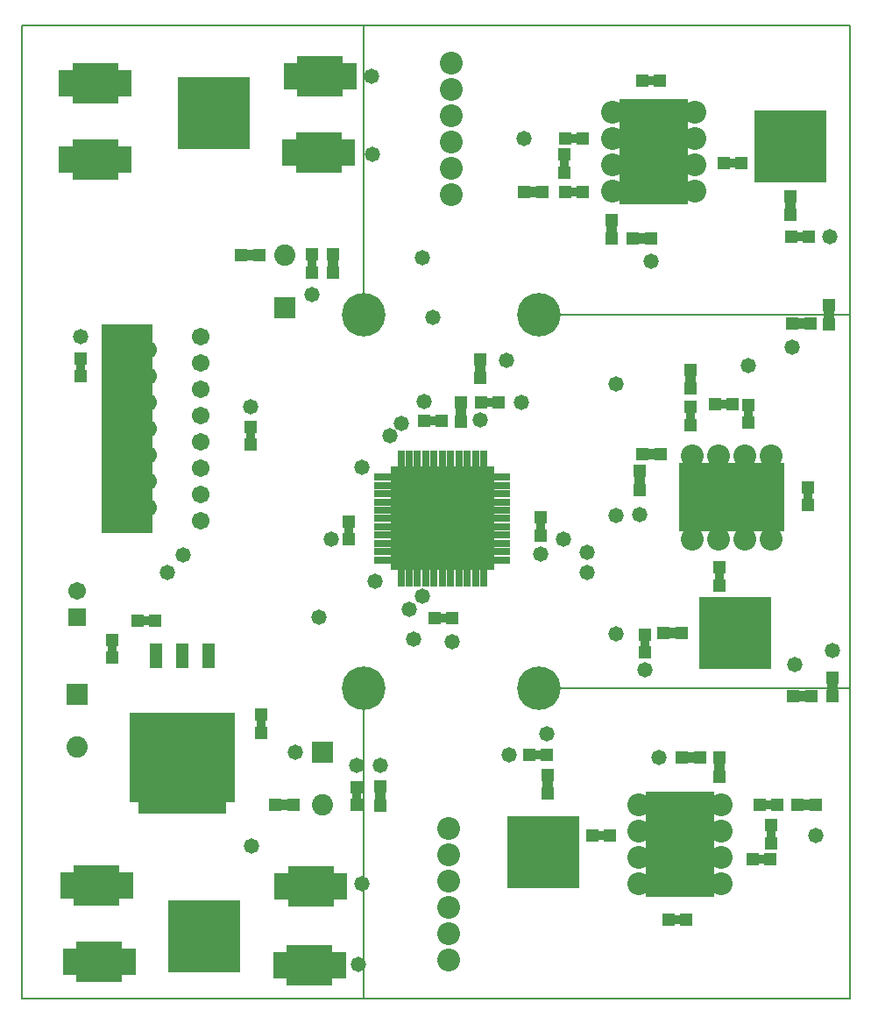
<source format=gts>
%FSLAX25Y25*%
%MOIN*%
G70*
G01*
G75*
G04 Layer_Color=8388736*
%ADD10R,0.03937X0.03937*%
%ADD11R,0.03937X0.03937*%
%ADD12R,0.01969X0.05906*%
%ADD13R,0.05906X0.01969*%
%ADD14R,0.09843X0.09055*%
%ADD15R,0.32795X0.31496*%
%ADD16R,0.04213X0.08504*%
%ADD17C,0.01000*%
%ADD18C,0.03937*%
%ADD19C,0.02362*%
%ADD20C,0.00787*%
%ADD21R,0.27559X0.27559*%
%ADD22R,0.03543X0.06693*%
%ADD23R,0.19685X0.79528*%
%ADD24R,0.25984X0.40158*%
%ADD25R,0.40158X0.25984*%
%ADD26R,0.06693X0.03543*%
%ADD27R,0.07087X0.03937*%
%ADD28R,0.03937X0.07087*%
%ADD29R,0.39370X0.39370*%
%ADD30R,0.17716X0.15748*%
%ADD31R,0.40000X0.34016*%
%ADD32C,0.07874*%
%ADD33C,0.05906*%
%ADD34C,0.07284*%
%ADD35R,0.07284X0.07284*%
%ADD36R,0.05906X0.05906*%
%ADD37C,0.05000*%
%ADD38C,0.15748*%
%ADD39C,0.00984*%
%ADD40C,0.00492*%
%ADD41C,0.00591*%
%ADD42R,0.04737X0.04737*%
%ADD43R,0.04737X0.04737*%
%ADD44R,0.02769X0.06706*%
%ADD45R,0.06706X0.02769*%
%ADD46R,0.10642X0.09855*%
%ADD47R,0.33595X0.32296*%
%ADD48R,0.05013X0.09304*%
%ADD49C,0.08674*%
%ADD50C,0.06706*%
%ADD51C,0.08083*%
%ADD52R,0.08083X0.08083*%
%ADD53R,0.06706X0.06706*%
%ADD54C,0.05800*%
%ADD55C,0.16548*%
G54D20*
X696148Y118110D02*
X578038D01*
X696148Y259842D02*
X578038D01*
X511109Y0D02*
Y118110D01*
Y259842D02*
Y370079D01*
X696148Y0D02*
X381187D01*
Y370079D01*
X696148Y0D02*
Y370079D01*
X381187D01*
G54D21*
X673648Y324000D02*
D03*
X652648Y139000D02*
D03*
X579648Y55500D02*
D03*
X450648Y23500D02*
D03*
X454148Y336500D02*
D03*
G54D22*
X415648Y133000D02*
D03*
X657648Y222346D02*
D03*
X635648Y221500D02*
D03*
X646648Y160500D02*
D03*
X680148Y191000D02*
D03*
X578648Y179500D02*
D03*
X505648Y178000D02*
D03*
X491648Y279500D02*
D03*
X508648Y77000D02*
D03*
X403648Y240000D02*
D03*
X468148Y214000D02*
D03*
X666148Y62500D02*
D03*
X587648Y317500D02*
D03*
X618148Y135000D02*
D03*
X472148Y104500D02*
D03*
G54D23*
X421146Y216504D02*
D03*
G54D24*
X631648Y58500D02*
D03*
X621648Y322000D02*
D03*
G54D25*
X651148Y190500D02*
D03*
G54D26*
X591148Y327000D02*
D03*
X662648Y53000D02*
D03*
X591148Y306500D02*
D03*
X665148Y73500D02*
D03*
X651648Y317500D02*
D03*
X601648Y62000D02*
D03*
X620648Y349000D02*
D03*
X630648Y30000D02*
D03*
X559148Y226500D02*
D03*
X541648Y144500D02*
D03*
X537648Y219500D02*
D03*
X648148Y225847D02*
D03*
X577648Y92500D02*
D03*
X677148Y289500D02*
D03*
X428648Y143500D02*
D03*
G54D27*
X617148Y289000D02*
D03*
X635648Y91500D02*
D03*
X620648Y207000D02*
D03*
X575648Y306500D02*
D03*
X679648Y73500D02*
D03*
X628648Y139000D02*
D03*
X468148Y282500D02*
D03*
X481148Y73500D02*
D03*
X677648Y256500D02*
D03*
X678105Y115000D02*
D03*
G54D28*
X616148Y197000D02*
D03*
X605648Y292500D02*
D03*
X646648Y88000D02*
D03*
X635648Y235500D02*
D03*
X673648Y301500D02*
D03*
X581148Y81500D02*
D03*
X499648Y279500D02*
D03*
X517648Y77000D02*
D03*
X548148Y223000D02*
D03*
X555648Y239500D02*
D03*
X688148Y260000D02*
D03*
X689605Y118500D02*
D03*
G54D29*
X541148Y182500D02*
D03*
G54D30*
X409648Y43000D02*
D03*
X491148Y42500D02*
D03*
X410648Y14000D02*
D03*
X490648Y12500D02*
D03*
X409148Y348000D02*
D03*
X494648Y350500D02*
D03*
X409148Y319000D02*
D03*
X494148Y321500D02*
D03*
G54D31*
X442148Y91508D02*
D03*
G54D42*
X415648Y136346D02*
D03*
Y129654D02*
D03*
X657648Y225693D02*
D03*
Y219000D02*
D03*
X635648Y218154D02*
D03*
Y224847D02*
D03*
X646648Y157153D02*
D03*
Y163847D02*
D03*
X680148Y187654D02*
D03*
Y194346D02*
D03*
X578648Y182846D02*
D03*
Y176154D02*
D03*
X505648Y181346D02*
D03*
Y174653D02*
D03*
X491648Y282846D02*
D03*
Y276153D02*
D03*
X508648Y80347D02*
D03*
Y73654D02*
D03*
X403648Y236653D02*
D03*
Y243347D02*
D03*
X468148Y217347D02*
D03*
Y210653D02*
D03*
X666148Y59153D02*
D03*
Y65847D02*
D03*
X587648Y320847D02*
D03*
Y314154D02*
D03*
X618148Y131653D02*
D03*
Y138347D02*
D03*
X616148Y193457D02*
D03*
Y200543D02*
D03*
X605648Y288957D02*
D03*
Y296043D02*
D03*
X646648Y91543D02*
D03*
Y84457D02*
D03*
X635648Y231957D02*
D03*
Y239043D02*
D03*
X673648Y305043D02*
D03*
Y297957D02*
D03*
X581148Y77957D02*
D03*
Y85043D02*
D03*
X499648Y275957D02*
D03*
Y283043D02*
D03*
X517648Y80543D02*
D03*
Y73457D02*
D03*
X548148Y219457D02*
D03*
Y226543D02*
D03*
X555648Y235957D02*
D03*
Y243043D02*
D03*
X688148Y256457D02*
D03*
Y263543D02*
D03*
X689605Y122043D02*
D03*
Y114957D02*
D03*
X472148Y107846D02*
D03*
Y101154D02*
D03*
G54D43*
X594494Y327000D02*
D03*
X587802D02*
D03*
X659302Y53000D02*
D03*
X665995D02*
D03*
X587802Y306500D02*
D03*
X594494D02*
D03*
X668495Y73500D02*
D03*
X661802D02*
D03*
X648302Y317500D02*
D03*
X654994D02*
D03*
X604994Y62000D02*
D03*
X598302D02*
D03*
X617302Y349000D02*
D03*
X623994D02*
D03*
X633994Y30000D02*
D03*
X627302D02*
D03*
X555802Y226500D02*
D03*
X562495D02*
D03*
X538302Y144500D02*
D03*
X544994D02*
D03*
X540995Y219500D02*
D03*
X534302D02*
D03*
X644802Y225847D02*
D03*
X651495D02*
D03*
X580995Y92500D02*
D03*
X574302D02*
D03*
X673802Y289500D02*
D03*
X680494D02*
D03*
X613605Y289000D02*
D03*
X620691D02*
D03*
X639191Y91500D02*
D03*
X632105D02*
D03*
X624191Y207000D02*
D03*
X617105D02*
D03*
X572105Y306500D02*
D03*
X579191D02*
D03*
X676105Y73500D02*
D03*
X683191D02*
D03*
X625105Y139000D02*
D03*
X632191D02*
D03*
X464605Y282500D02*
D03*
X471691D02*
D03*
X477605Y73500D02*
D03*
X484691D02*
D03*
X681191Y256500D02*
D03*
X674105D02*
D03*
X674562Y115000D02*
D03*
X681648D02*
D03*
X425302Y143500D02*
D03*
X431994D02*
D03*
G54D44*
X541148Y204941D02*
D03*
X544298D02*
D03*
X547447D02*
D03*
X553747D02*
D03*
X550597D02*
D03*
X556896D02*
D03*
X525400D02*
D03*
X531699D02*
D03*
X528550D02*
D03*
X534849D02*
D03*
X537998D02*
D03*
Y160059D02*
D03*
X534849D02*
D03*
X528550D02*
D03*
X531699D02*
D03*
X525400D02*
D03*
X556896D02*
D03*
X550597D02*
D03*
X553747D02*
D03*
X547447D02*
D03*
X544298D02*
D03*
X541148D02*
D03*
G54D45*
X563589Y182500D02*
D03*
Y185650D02*
D03*
Y188799D02*
D03*
Y195098D02*
D03*
Y191949D02*
D03*
Y198248D02*
D03*
Y166752D02*
D03*
Y173051D02*
D03*
Y169902D02*
D03*
Y176201D02*
D03*
Y179350D02*
D03*
X518707D02*
D03*
Y176201D02*
D03*
Y169902D02*
D03*
Y173051D02*
D03*
Y166752D02*
D03*
Y198248D02*
D03*
Y191949D02*
D03*
Y195098D02*
D03*
Y188799D02*
D03*
Y185650D02*
D03*
Y182500D02*
D03*
G54D46*
X401184Y43000D02*
D03*
X418113D02*
D03*
X499613Y42500D02*
D03*
X482684D02*
D03*
X402183Y14000D02*
D03*
X419113D02*
D03*
X499113Y12500D02*
D03*
X482184D02*
D03*
X400683Y348000D02*
D03*
X417613D02*
D03*
X503113Y350500D02*
D03*
X486184D02*
D03*
X400683Y319000D02*
D03*
X417613D02*
D03*
X502613Y321500D02*
D03*
X485683D02*
D03*
G54D47*
X442148Y86311D02*
D03*
G54D48*
Y130287D02*
D03*
X452148D02*
D03*
X432148D02*
D03*
G54D49*
X673648Y330890D02*
D03*
Y317110D02*
D03*
X659538Y139000D02*
D03*
X645758D02*
D03*
X579648Y48610D02*
D03*
Y62390D02*
D03*
X450648Y16610D02*
D03*
Y30390D02*
D03*
X454148Y329610D02*
D03*
Y343390D02*
D03*
X543648Y54500D02*
D03*
Y64500D02*
D03*
Y14500D02*
D03*
Y24500D02*
D03*
Y34500D02*
D03*
Y44500D02*
D03*
X544648Y315500D02*
D03*
Y305500D02*
D03*
Y355500D02*
D03*
Y345500D02*
D03*
Y335500D02*
D03*
Y325500D02*
D03*
X615900Y53500D02*
D03*
Y63500D02*
D03*
Y43500D02*
D03*
Y73500D02*
D03*
X647396Y43500D02*
D03*
Y63500D02*
D03*
Y53500D02*
D03*
Y73500D02*
D03*
X637396Y327000D02*
D03*
Y317000D02*
D03*
Y337000D02*
D03*
Y307000D02*
D03*
X605900Y337000D02*
D03*
Y317000D02*
D03*
Y327000D02*
D03*
Y307000D02*
D03*
X636148Y206248D02*
D03*
X656148D02*
D03*
X646148D02*
D03*
X666148D02*
D03*
X636148Y174752D02*
D03*
X666148D02*
D03*
X646148D02*
D03*
X656148D02*
D03*
G54D50*
X449298Y211500D02*
D03*
X429219Y206500D02*
D03*
Y196500D02*
D03*
Y186500D02*
D03*
X449298Y201500D02*
D03*
Y191500D02*
D03*
Y181500D02*
D03*
Y251500D02*
D03*
Y241500D02*
D03*
Y231500D02*
D03*
X429219Y246500D02*
D03*
Y236500D02*
D03*
Y226500D02*
D03*
X449298Y221500D02*
D03*
X429219Y216500D02*
D03*
X402148Y155000D02*
D03*
G54D51*
X481148Y282500D02*
D03*
X495648Y73500D02*
D03*
X402148Y95500D02*
D03*
G54D52*
X481148Y262500D02*
D03*
X495648Y93500D02*
D03*
X402148Y115500D02*
D03*
G54D53*
Y145000D02*
D03*
G54D54*
X494148D02*
D03*
X565648Y242500D02*
D03*
X596148Y162000D02*
D03*
Y169500D02*
D03*
X578648Y169000D02*
D03*
X587148Y174500D02*
D03*
X530148Y136500D02*
D03*
X572148Y327000D02*
D03*
X620691Y280457D02*
D03*
X623648Y91500D02*
D03*
X607148Y233500D02*
D03*
Y183500D02*
D03*
X616148Y184000D02*
D03*
X683148Y62000D02*
D03*
X657648Y240500D02*
D03*
X674148Y247500D02*
D03*
X607148Y138500D02*
D03*
X689605Y132457D02*
D03*
X675148Y127000D02*
D03*
X580898Y100750D02*
D03*
X688648Y289500D02*
D03*
X618148Y125000D02*
D03*
X566648Y92500D02*
D03*
X555648Y220000D02*
D03*
X533648Y281500D02*
D03*
X537648Y259000D02*
D03*
X498994Y174653D02*
D03*
X525648Y218500D02*
D03*
X521148Y214000D02*
D03*
X510648Y202000D02*
D03*
X544994Y135653D02*
D03*
X571148Y226500D02*
D03*
X534302Y226847D02*
D03*
X515648Y158500D02*
D03*
X528398Y148000D02*
D03*
X533648Y153000D02*
D03*
X491648Y267500D02*
D03*
X403648Y251500D02*
D03*
X468148Y225000D02*
D03*
X508648Y88500D02*
D03*
X510648Y43500D02*
D03*
X509148Y13000D02*
D03*
X514148Y350500D02*
D03*
X514648Y321000D02*
D03*
X436648Y162000D02*
D03*
X442648Y168500D02*
D03*
X468648Y58000D02*
D03*
X517648Y88500D02*
D03*
X485148Y93500D02*
D03*
G54D55*
X578038Y259842D02*
D03*
Y118110D02*
D03*
X511109Y259842D02*
D03*
Y118110D02*
D03*
M02*

</source>
